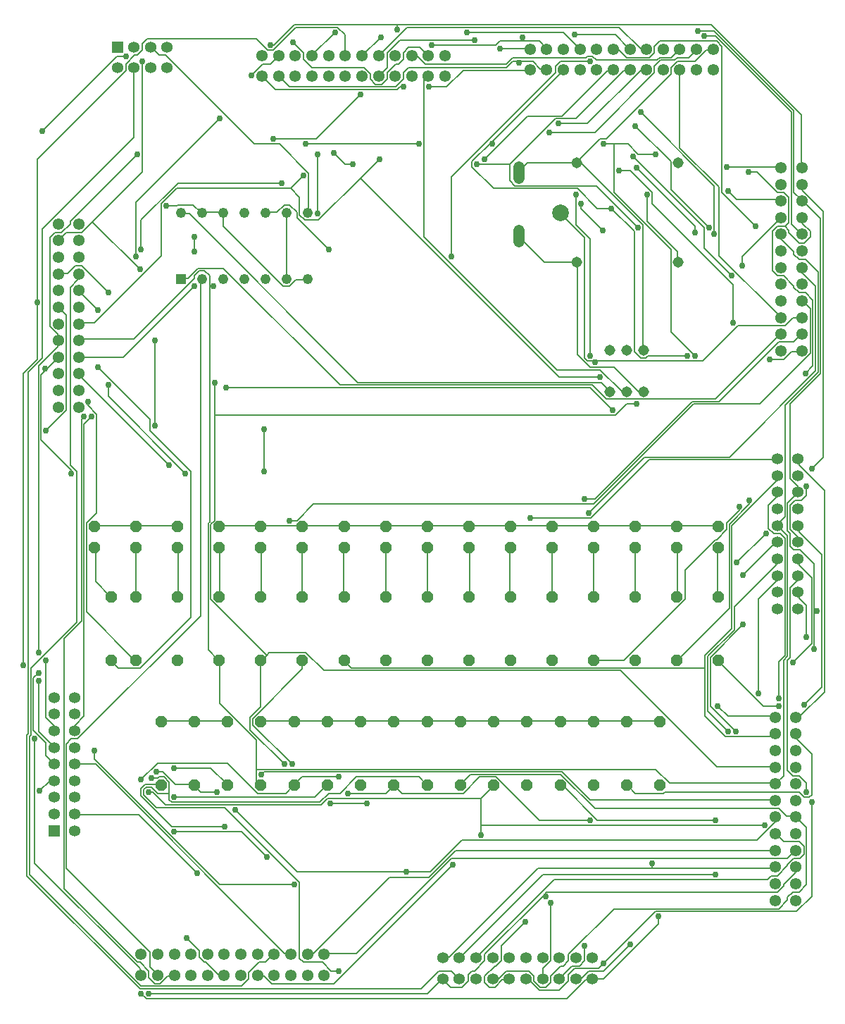
<source format=gbr>
G04 EAGLE Gerber RS-274X export*
G75*
%MOMM*%
%FSLAX34Y34*%
%LPD*%
%INTop Copper*%
%IPPOS*%
%AMOC8*
5,1,8,0,0,1.08239X$1,22.5*%
G01*
%ADD10C,1.381000*%
%ADD11C,1.358000*%
%ADD12R,1.358000X1.358000*%
%ADD13P,1.429621X8X292.500000*%
%ADD14P,1.429621X8X112.500000*%
%ADD15C,2.010000*%
%ADD16C,1.308000*%
%ADD17R,1.238000X1.238000*%
%ADD18C,1.238000*%
%ADD19C,1.320800*%
%ADD20C,0.152400*%
%ADD21C,0.756400*%


D10*
X953500Y353700D03*
X928500Y353700D03*
X953500Y333700D03*
X928500Y333700D03*
X953500Y313700D03*
X928500Y313700D03*
X953500Y293700D03*
X928500Y293700D03*
X953500Y273700D03*
X928500Y273700D03*
X953500Y253700D03*
X928500Y253700D03*
X953500Y233700D03*
X928500Y233700D03*
X953500Y213700D03*
X928500Y213700D03*
X953500Y193700D03*
X928500Y193700D03*
X953500Y173700D03*
X928500Y173700D03*
X953500Y153700D03*
X928500Y153700D03*
X953500Y133700D03*
X928500Y133700D03*
D11*
X708800Y39400D03*
X708800Y64400D03*
X688800Y39400D03*
X688800Y64400D03*
X668800Y39400D03*
X668800Y64400D03*
X648800Y39400D03*
X648800Y64400D03*
X628800Y39400D03*
X628800Y64400D03*
X608800Y39400D03*
X608800Y64400D03*
X588800Y39400D03*
X588800Y64400D03*
X568800Y39400D03*
X568800Y64400D03*
X548800Y39400D03*
X548800Y64400D03*
X528800Y39400D03*
X528800Y64400D03*
D12*
X137400Y1158800D03*
D11*
X137400Y1133800D03*
X157400Y1158800D03*
X157400Y1133800D03*
X177400Y1158800D03*
X177400Y1133800D03*
X197400Y1158800D03*
X197400Y1133800D03*
D10*
X960530Y1013920D03*
X935530Y1013920D03*
X960530Y993920D03*
X935530Y993920D03*
X960530Y973920D03*
X935530Y973920D03*
X960530Y953920D03*
X935530Y953920D03*
X960530Y933920D03*
X935530Y933920D03*
X960530Y913920D03*
X935530Y913920D03*
X960530Y893920D03*
X935530Y893920D03*
X960530Y873920D03*
X935530Y873920D03*
X960530Y853920D03*
X935530Y853920D03*
X960530Y833920D03*
X935530Y833920D03*
X960530Y813920D03*
X935530Y813920D03*
X960530Y793920D03*
X935530Y793920D03*
D11*
X955700Y664000D03*
X930700Y664000D03*
X955700Y644000D03*
X930700Y644000D03*
X955700Y624000D03*
X930700Y624000D03*
X955700Y604000D03*
X930700Y604000D03*
X955700Y584000D03*
X930700Y584000D03*
X955700Y564000D03*
X930700Y564000D03*
X955700Y544000D03*
X930700Y544000D03*
X955700Y524000D03*
X930700Y524000D03*
X955700Y504000D03*
X930700Y504000D03*
X955700Y484000D03*
X930700Y484000D03*
D12*
X61340Y217420D03*
D11*
X86340Y217420D03*
X61340Y237420D03*
X86340Y237420D03*
X61340Y257420D03*
X86340Y257420D03*
X61340Y277420D03*
X86340Y277420D03*
X61340Y297420D03*
X86340Y297420D03*
X61340Y317420D03*
X86340Y317420D03*
X61340Y337420D03*
X86340Y337420D03*
X61340Y357420D03*
X86340Y357420D03*
X61340Y377420D03*
X86340Y377420D03*
D10*
X386060Y43930D03*
X386060Y68930D03*
X366060Y43930D03*
X366060Y68930D03*
X346060Y43930D03*
X346060Y68930D03*
X326060Y43930D03*
X326060Y68930D03*
X306060Y43930D03*
X306060Y68930D03*
X286060Y43930D03*
X286060Y68930D03*
X266060Y43930D03*
X266060Y68930D03*
X246060Y43930D03*
X246060Y68930D03*
X226060Y43930D03*
X226060Y68930D03*
X206060Y43930D03*
X206060Y68930D03*
X186060Y43930D03*
X186060Y68930D03*
X166060Y43930D03*
X166060Y68930D03*
X311500Y1148600D03*
X311500Y1123600D03*
X331500Y1148600D03*
X331500Y1123600D03*
X351500Y1148600D03*
X351500Y1123600D03*
X371500Y1148600D03*
X371500Y1123600D03*
X391500Y1148600D03*
X391500Y1123600D03*
X411500Y1148600D03*
X411500Y1123600D03*
X431500Y1148600D03*
X431500Y1123600D03*
X451500Y1148600D03*
X451500Y1123600D03*
X471500Y1148600D03*
X471500Y1123600D03*
X491500Y1148600D03*
X491500Y1123600D03*
X511500Y1148600D03*
X511500Y1123600D03*
X531500Y1148600D03*
X531500Y1123600D03*
X66300Y726300D03*
X91300Y726300D03*
X66300Y746300D03*
X91300Y746300D03*
X66300Y766300D03*
X91300Y766300D03*
X66300Y786300D03*
X91300Y786300D03*
X66300Y806300D03*
X91300Y806300D03*
X66300Y826300D03*
X91300Y826300D03*
X66300Y846300D03*
X91300Y846300D03*
X66300Y866300D03*
X91300Y866300D03*
X66300Y886300D03*
X91300Y886300D03*
X66300Y906300D03*
X91300Y906300D03*
X66300Y926300D03*
X91300Y926300D03*
X66300Y946300D03*
X91300Y946300D03*
X633810Y1156350D03*
X633810Y1131350D03*
X653810Y1156350D03*
X653810Y1131350D03*
X673810Y1156350D03*
X673810Y1131350D03*
X693810Y1156350D03*
X693810Y1131350D03*
X713810Y1156350D03*
X713810Y1131350D03*
X733810Y1156350D03*
X733810Y1131350D03*
X753810Y1156350D03*
X753810Y1131350D03*
X773810Y1156350D03*
X773810Y1131350D03*
X793810Y1156350D03*
X793810Y1131350D03*
X813810Y1156350D03*
X813810Y1131350D03*
X833810Y1156350D03*
X833810Y1131350D03*
X853810Y1156350D03*
X853810Y1131350D03*
D13*
X810000Y498100D03*
X810000Y421900D03*
X760000Y498100D03*
X760000Y421900D03*
X710000Y498100D03*
X710000Y421900D03*
X660000Y498100D03*
X660000Y421900D03*
X610000Y498100D03*
X610000Y421900D03*
X560000Y498100D03*
X560000Y421900D03*
X510000Y498100D03*
X510000Y421900D03*
X460000Y498100D03*
X460000Y421900D03*
X410000Y498100D03*
X410000Y421900D03*
X360000Y498100D03*
X360000Y421900D03*
X310000Y498100D03*
X310000Y421900D03*
X260000Y498100D03*
X260000Y421900D03*
X210000Y498100D03*
X210000Y421900D03*
X160000Y498100D03*
X160000Y421900D03*
X130000Y498100D03*
X130000Y421900D03*
X860000Y498100D03*
X860000Y421900D03*
D14*
X810000Y557300D03*
X810000Y582700D03*
X760000Y557300D03*
X760000Y582700D03*
X710000Y557300D03*
X710000Y582700D03*
X660000Y557300D03*
X660000Y582700D03*
X610000Y557300D03*
X610000Y582700D03*
X560000Y557300D03*
X560000Y582700D03*
X510000Y557300D03*
X510000Y582700D03*
X460000Y557300D03*
X460000Y582700D03*
X410000Y557300D03*
X410000Y582700D03*
X360000Y557300D03*
X360000Y582700D03*
X310000Y557300D03*
X310000Y582700D03*
X260000Y557300D03*
X260000Y582700D03*
X210000Y557300D03*
X210000Y582700D03*
X160000Y557300D03*
X160000Y582700D03*
X110000Y557300D03*
X110000Y582700D03*
X860000Y557300D03*
X860000Y582700D03*
D15*
X670000Y960000D03*
D16*
X690000Y1020000D03*
X690000Y900000D03*
X812000Y1020000D03*
X812000Y900000D03*
X730000Y745000D03*
X750000Y745000D03*
X770000Y745000D03*
X730000Y795000D03*
X750000Y795000D03*
X770000Y795000D03*
D13*
X790000Y348100D03*
X790000Y271900D03*
X750000Y348100D03*
X750000Y271900D03*
X710000Y348100D03*
X710000Y271900D03*
X670000Y348100D03*
X670000Y271900D03*
X630000Y348100D03*
X630000Y271900D03*
X590000Y348100D03*
X590000Y271900D03*
X550000Y348100D03*
X550000Y271900D03*
X510000Y348100D03*
X510000Y271900D03*
X470000Y348100D03*
X470000Y271900D03*
X430000Y348100D03*
X430000Y271900D03*
X390000Y348100D03*
X390000Y271900D03*
X350000Y348100D03*
X350000Y271900D03*
X310000Y348100D03*
X310000Y271900D03*
X270000Y348100D03*
X270000Y271900D03*
X230000Y348100D03*
X230000Y271900D03*
X190000Y348100D03*
X190000Y271900D03*
D17*
X213800Y880300D03*
D18*
X239200Y880300D03*
X264600Y880300D03*
X290000Y880300D03*
X315400Y880300D03*
X340800Y880300D03*
X366200Y880300D03*
X366200Y959700D03*
X340800Y959700D03*
X315400Y959700D03*
X290000Y959700D03*
X264600Y959700D03*
X239200Y959700D03*
X213800Y959700D03*
D19*
X620000Y1001496D02*
X620000Y1014704D01*
X620000Y938504D02*
X620000Y925296D01*
D20*
X498348Y1147572D02*
X492252Y1147572D01*
X498348Y1147572D02*
X507492Y1138428D01*
X605028Y1138428D01*
X612648Y1146048D01*
X701040Y1146048D01*
X702564Y1147572D01*
X708660Y1147572D01*
X713232Y1143000D01*
X786384Y1143000D01*
X789432Y1146048D01*
X803148Y1146048D01*
X812292Y1155192D01*
X492252Y1147572D02*
X491500Y1148600D01*
X812292Y1155192D02*
X813810Y1156350D01*
X774192Y981456D02*
X774192Y949452D01*
X810768Y912876D01*
X810768Y900684D01*
X812000Y900000D01*
X224028Y958596D02*
X214884Y958596D01*
X224028Y958596D02*
X426720Y755904D01*
X719328Y755904D01*
X729996Y745236D01*
X214884Y958596D02*
X213800Y959700D01*
X729996Y745236D02*
X730000Y745000D01*
D21*
X774192Y981456D03*
D20*
X109728Y313944D02*
X109728Y303276D01*
X260604Y152400D01*
X350520Y152400D01*
X649224Y164592D02*
X856488Y164592D01*
X649224Y164592D02*
X550164Y65532D01*
X548800Y64400D01*
X167640Y1008888D02*
X167640Y1141476D01*
X106680Y947928D02*
X94488Y935736D01*
X106680Y947928D02*
X167640Y1008888D01*
X94488Y935736D02*
X76200Y935736D01*
X67056Y926592D01*
X66300Y926300D01*
X656844Y1056132D02*
X711708Y1056132D01*
X783336Y1127760D01*
X783336Y1135380D01*
X790956Y1143000D01*
X807720Y1143000D01*
X810768Y1146048D01*
X824484Y1146048D01*
X833628Y1155192D01*
X833810Y1156350D01*
X947928Y792480D02*
X960120Y792480D01*
X947928Y792480D02*
X938784Y783336D01*
X922020Y783336D01*
X877824Y827532D02*
X877824Y873252D01*
X780288Y970788D01*
X780288Y984504D01*
X754380Y1010412D01*
X740664Y1010412D01*
X960530Y793920D02*
X960120Y792480D01*
X361188Y1152144D02*
X348996Y1164336D01*
X361188Y1152144D02*
X361188Y1144524D01*
X371856Y1133856D01*
X434340Y1133856D01*
X441960Y1126236D01*
X441960Y1120140D01*
X448056Y1114044D01*
X455676Y1114044D01*
X461772Y1120140D01*
X461772Y1127760D01*
X472440Y1138428D01*
X475488Y1138428D01*
X481584Y1144524D01*
X481584Y1152144D01*
X487680Y1158240D01*
X501396Y1158240D01*
X510540Y1149096D01*
X511500Y1148600D01*
X86868Y344424D02*
X86868Y338328D01*
X86868Y344424D02*
X97536Y355092D01*
X97536Y705612D01*
X106680Y714756D01*
X164592Y891540D02*
X108204Y947928D01*
X106680Y947928D01*
X86868Y338328D02*
X86340Y337420D01*
D21*
X109728Y313944D03*
X350520Y152400D03*
X856488Y164592D03*
X167640Y1141476D03*
X656844Y1056132D03*
X922020Y783336D03*
X877824Y827532D03*
X740664Y1010412D03*
X348996Y1164336D03*
X106680Y714756D03*
X164592Y891540D03*
D20*
X367284Y960120D02*
X367284Y1007364D01*
X332232Y1042416D01*
X301752Y1042416D01*
X195072Y1149096D01*
X187452Y1149096D01*
X178308Y1158240D01*
X366200Y959700D02*
X367284Y960120D01*
X178308Y1158240D02*
X177400Y1158800D01*
X813816Y1130808D02*
X813816Y1037844D01*
X861060Y990600D01*
X861060Y908304D01*
X934212Y835152D01*
X813816Y1130808D02*
X813810Y1131350D01*
X934212Y835152D02*
X935530Y833920D01*
X263652Y960120D02*
X239268Y960120D01*
X239200Y959700D01*
X263652Y960120D02*
X264600Y959700D01*
X352044Y879348D02*
X365760Y879348D01*
X352044Y879348D02*
X344424Y871728D01*
X336804Y871728D01*
X265176Y943356D01*
X265176Y958596D01*
X366200Y880300D02*
X365760Y879348D01*
X265176Y958596D02*
X264600Y959700D01*
X650748Y900684D02*
X688848Y900684D01*
X650748Y900684D02*
X620268Y931164D01*
X688848Y900684D02*
X690000Y900000D01*
X620268Y931164D02*
X620000Y931900D01*
X208788Y967740D02*
X196596Y967740D01*
X208788Y967740D02*
X210312Y969264D01*
X228600Y969264D01*
X237744Y960120D01*
X239200Y959700D01*
X763524Y745236D02*
X769620Y745236D01*
X763524Y745236D02*
X734568Y774192D01*
X705612Y774192D01*
X690372Y789432D01*
X690372Y899160D01*
X769620Y745236D02*
X770000Y745000D01*
X690372Y899160D02*
X690000Y900000D01*
X760476Y583692D02*
X809244Y583692D01*
X760476Y583692D02*
X760000Y582700D01*
X809244Y583692D02*
X810000Y582700D01*
X810768Y583692D02*
X859536Y583692D01*
X860000Y582700D01*
X810768Y583692D02*
X810000Y582700D01*
X458724Y583692D02*
X411480Y583692D01*
X410000Y582700D01*
X458724Y583692D02*
X460000Y582700D01*
X309372Y583692D02*
X260604Y583692D01*
X260000Y582700D01*
X309372Y583692D02*
X310000Y582700D01*
X310896Y583692D02*
X359664Y583692D01*
X360000Y582700D01*
X310896Y583692D02*
X310000Y582700D01*
X361188Y583692D02*
X409956Y583692D01*
X410000Y582700D01*
X361188Y583692D02*
X360000Y582700D01*
X661416Y583692D02*
X708660Y583692D01*
X661416Y583692D02*
X660000Y582700D01*
X708660Y583692D02*
X710000Y582700D01*
X559308Y583692D02*
X510540Y583692D01*
X510000Y582700D01*
X559308Y583692D02*
X560000Y582700D01*
X560832Y583692D02*
X609600Y583692D01*
X610000Y582700D01*
X560832Y583692D02*
X560000Y582700D01*
X611124Y583692D02*
X659892Y583692D01*
X660000Y582700D01*
X611124Y583692D02*
X610000Y582700D01*
X509016Y583692D02*
X460248Y583692D01*
X460000Y582700D01*
X509016Y583692D02*
X510000Y582700D01*
X710184Y583692D02*
X758952Y583692D01*
X760000Y582700D01*
X710184Y583692D02*
X710000Y582700D01*
X536448Y65532D02*
X528828Y65532D01*
X536448Y65532D02*
X643128Y172212D01*
X780288Y172212D02*
X928116Y172212D01*
X780288Y172212D02*
X643128Y172212D01*
X528828Y65532D02*
X528800Y64400D01*
X928116Y172212D02*
X928500Y173700D01*
X789432Y348996D02*
X751332Y348996D01*
X750000Y348100D01*
X789432Y348996D02*
X790000Y348100D01*
X629412Y348996D02*
X591312Y348996D01*
X590000Y348100D01*
X629412Y348996D02*
X630000Y348100D01*
X670560Y348996D02*
X708660Y348996D01*
X670560Y348996D02*
X670000Y348100D01*
X708660Y348996D02*
X710000Y348100D01*
X669036Y348996D02*
X630936Y348996D01*
X630000Y348100D01*
X669036Y348996D02*
X670000Y348100D01*
X710184Y348996D02*
X749808Y348996D01*
X750000Y348100D01*
X710184Y348996D02*
X710000Y348100D01*
X469392Y348996D02*
X431292Y348996D01*
X430000Y348100D01*
X469392Y348996D02*
X470000Y348100D01*
X510540Y348996D02*
X548640Y348996D01*
X510540Y348996D02*
X510000Y348100D01*
X548640Y348996D02*
X550000Y348100D01*
X509016Y348996D02*
X470916Y348996D01*
X470000Y348100D01*
X509016Y348996D02*
X510000Y348100D01*
X388620Y348996D02*
X350520Y348996D01*
X350000Y348100D01*
X388620Y348996D02*
X390000Y348100D01*
X348996Y348996D02*
X310896Y348996D01*
X310000Y348100D01*
X348996Y348996D02*
X350000Y348100D01*
X158496Y583692D02*
X111252Y583692D01*
X110000Y582700D01*
X158496Y583692D02*
X160000Y582700D01*
X160020Y583692D02*
X208788Y583692D01*
X210000Y582700D01*
X160020Y583692D02*
X160000Y582700D01*
X190500Y348996D02*
X228600Y348996D01*
X190500Y348996D02*
X190000Y348100D01*
X228600Y348996D02*
X230000Y348100D01*
X230124Y348996D02*
X269748Y348996D01*
X270000Y348100D01*
X230124Y348996D02*
X230000Y348100D01*
X390144Y348996D02*
X429768Y348996D01*
X430000Y348100D01*
X390144Y348996D02*
X390000Y348100D01*
X550164Y348996D02*
X589788Y348996D01*
X590000Y348100D01*
X550164Y348996D02*
X550000Y348100D01*
X780288Y178308D02*
X780288Y172212D01*
D21*
X196596Y967740D03*
X780288Y178308D03*
D20*
X156972Y1050036D02*
X156972Y1132332D01*
X156972Y1050036D02*
X47244Y940308D01*
X47244Y784860D01*
X30480Y768096D01*
X30480Y333756D01*
X28956Y332232D01*
X28956Y163068D01*
X164592Y27432D01*
X502920Y27432D01*
X524256Y48768D01*
X539496Y48768D01*
X548640Y39624D01*
X156972Y1132332D02*
X157400Y1133800D01*
X548640Y39624D02*
X548800Y39400D01*
X160020Y906780D02*
X160020Y972312D01*
X260604Y1072896D01*
X553212Y1130808D02*
X632460Y1130808D01*
X553212Y1130808D02*
X533400Y1110996D01*
X512064Y1110996D01*
X481584Y1110996D02*
X477012Y1110996D01*
X473964Y1107948D01*
X327660Y1107948D01*
X312420Y1123188D01*
X632460Y1130808D02*
X633810Y1131350D01*
X312420Y1123188D02*
X311500Y1123600D01*
X870204Y1014984D02*
X934212Y1014984D01*
X784860Y1030224D02*
X763524Y1030224D01*
X751332Y1042416D01*
X734568Y1042416D02*
X722376Y1042416D01*
X734568Y1042416D02*
X751332Y1042416D01*
X934212Y1014984D02*
X935530Y1013920D01*
X286512Y216408D02*
X205740Y216408D01*
X286512Y216408D02*
X316992Y185928D01*
X414528Y262128D02*
X460248Y262128D01*
X469392Y271272D01*
X470000Y271900D01*
X644652Y230124D02*
X705612Y230124D01*
X644652Y230124D02*
X592836Y281940D01*
X573024Y281940D01*
X553212Y262128D01*
X480060Y262128D01*
X470916Y271272D01*
X470000Y271900D01*
X777240Y662940D02*
X929640Y662940D01*
X777240Y662940D02*
X707136Y592836D01*
X633984Y592836D01*
X929640Y662940D02*
X930700Y664000D01*
X928116Y355092D02*
X871728Y355092D01*
X859536Y367284D01*
X928116Y355092D02*
X928500Y353700D01*
X734568Y984504D02*
X734568Y1042416D01*
X734568Y984504D02*
X803148Y915924D01*
X803148Y816864D01*
X832104Y787908D01*
D21*
X160020Y906780D03*
X260604Y1072896D03*
X512064Y1110996D03*
X481584Y1110996D03*
X870204Y1014984D03*
X784860Y1030224D03*
X722376Y1042416D03*
X205740Y216408D03*
X316992Y185928D03*
X414528Y262128D03*
X705612Y230124D03*
X633984Y592836D03*
X859536Y367284D03*
X832104Y787908D03*
D20*
X653796Y1132332D02*
X646176Y1132332D01*
X637032Y1141476D01*
X620268Y1141476D02*
X612648Y1141476D01*
X620268Y1141476D02*
X637032Y1141476D01*
X612648Y1141476D02*
X605028Y1133856D01*
X487680Y1133856D01*
X481584Y1127760D01*
X481584Y1120140D01*
X472440Y1110996D01*
X344424Y1110996D01*
X332232Y1123188D01*
X653810Y1131350D02*
X653796Y1132332D01*
X332232Y1123188D02*
X331500Y1123600D01*
X620268Y1139952D02*
X620268Y1141476D01*
X929640Y643128D02*
X929640Y637032D01*
X876300Y583692D01*
X876300Y460248D01*
X844296Y428244D01*
X844296Y413004D02*
X844296Y355092D01*
X844296Y413004D02*
X844296Y428244D01*
X844296Y355092D02*
X868680Y330708D01*
X926592Y330708D01*
X928116Y332232D01*
X929640Y643128D02*
X930700Y644000D01*
X928500Y333700D02*
X928116Y332232D01*
X163068Y236220D02*
X86868Y236220D01*
X163068Y236220D02*
X233172Y166116D01*
X86868Y236220D02*
X86340Y237420D01*
X419100Y413004D02*
X844296Y413004D01*
X419100Y413004D02*
X411480Y420624D01*
X410000Y421900D01*
D21*
X620268Y1139952D03*
X233172Y166116D03*
D20*
X359664Y411480D02*
X359664Y420624D01*
X359664Y411480D02*
X300228Y352044D01*
X300228Y344424D01*
X347472Y297180D01*
X359664Y420624D02*
X360000Y421900D01*
X374904Y257556D02*
X205740Y257556D01*
X374904Y257556D02*
X388620Y271272D01*
X390000Y271900D01*
X393192Y249936D02*
X437388Y249936D01*
X199644Y656844D02*
X91440Y765048D01*
X91300Y766300D01*
X929640Y623316D02*
X929640Y617220D01*
X920496Y608076D01*
X920496Y580644D01*
X926592Y574548D01*
X934212Y574548D01*
X940308Y568452D01*
X940308Y428244D01*
X932688Y420624D01*
X932688Y376428D01*
X929640Y623316D02*
X930700Y624000D01*
X499872Y1042416D02*
X364236Y1042416D01*
X588264Y1045464D02*
X673608Y1130808D01*
X673810Y1131350D01*
X882396Y975360D02*
X934212Y975360D01*
X882396Y975360D02*
X871728Y986028D01*
X731520Y964692D02*
X714756Y964692D01*
X690372Y989076D01*
X589788Y989076D01*
X563880Y1014984D01*
X563880Y1021080D01*
X588264Y1045464D01*
X934212Y975360D02*
X935530Y973920D01*
X588264Y1042416D02*
X588264Y1045464D01*
X775716Y787908D02*
X822960Y787908D01*
X775716Y787908D02*
X772668Y784860D01*
X766572Y784860D01*
X758952Y792480D01*
X758952Y937260D01*
X731520Y964692D01*
D21*
X347472Y297180D03*
X205740Y257556D03*
X437388Y249936D03*
X393192Y249936D03*
X199644Y656844D03*
X932688Y376428D03*
X364236Y1042416D03*
X499872Y1042416D03*
X588264Y1042416D03*
X871728Y986028D03*
X731520Y964692D03*
X822960Y787908D03*
D20*
X888492Y896112D02*
X888492Y906780D01*
X934212Y952500D01*
X935530Y953920D01*
X842772Y941832D02*
X757428Y1027176D01*
X842772Y941832D02*
X842772Y917448D01*
X876300Y883920D01*
X144780Y786384D02*
X91440Y786384D01*
X144780Y786384D02*
X230124Y871728D01*
X91440Y786384D02*
X91300Y786300D01*
X309372Y420624D02*
X309372Y365760D01*
X297180Y353568D01*
X297180Y338328D01*
X338328Y297180D01*
X309372Y420624D02*
X310000Y421900D01*
X185928Y298704D02*
X166116Y278892D01*
X185928Y298704D02*
X269748Y298704D01*
X306324Y262128D01*
X339852Y262128D01*
X348996Y271272D01*
X350000Y271900D01*
X359664Y281940D02*
X403860Y281940D01*
X359664Y281940D02*
X350520Y272796D01*
X350000Y271900D01*
X858012Y294132D02*
X928116Y294132D01*
X858012Y294132D02*
X742188Y409956D01*
X385572Y409956D01*
X364236Y431292D01*
X320040Y431292D01*
X316992Y428244D02*
X310896Y422148D01*
X316992Y428244D02*
X320040Y431292D01*
X928116Y294132D02*
X928500Y293700D01*
X310896Y422148D02*
X310000Y421900D01*
X254508Y589788D02*
X254508Y716280D01*
X254508Y755904D01*
X254508Y589788D02*
X249936Y585216D01*
X249936Y495300D01*
X316992Y428244D01*
X749808Y729996D02*
X762000Y729996D01*
X749808Y729996D02*
X736092Y716280D01*
X254508Y716280D01*
D21*
X888492Y896112D03*
X757428Y1027176D03*
X876300Y883920D03*
X230124Y871728D03*
X338328Y297180D03*
X166116Y278892D03*
X403860Y281940D03*
X254508Y755904D03*
X762000Y729996D03*
D20*
X931164Y583692D02*
X943356Y571500D01*
X943356Y426720D01*
X938784Y422148D01*
X938784Y283464D01*
X929640Y274320D01*
X931164Y583692D02*
X930700Y584000D01*
X929640Y274320D02*
X928500Y273700D01*
X935736Y928116D02*
X935736Y932688D01*
X935736Y928116D02*
X950976Y912876D01*
X950976Y909828D01*
X957072Y903732D01*
X964692Y903732D01*
X979932Y888492D01*
X979932Y768096D01*
X940308Y728472D01*
X940308Y594360D01*
X931164Y585216D01*
X935736Y932688D02*
X935530Y933920D01*
X931164Y585216D02*
X930700Y584000D01*
X803148Y1021080D02*
X760476Y1063752D01*
X803148Y1021080D02*
X803148Y987552D01*
X848868Y941832D01*
X260604Y420624D02*
X260604Y370332D01*
X304800Y326136D01*
X304800Y291084D02*
X304800Y277368D01*
X304800Y291084D02*
X304800Y326136D01*
X304800Y277368D02*
X309372Y272796D01*
X260604Y420624D02*
X260000Y421900D01*
X309372Y272796D02*
X310000Y271900D01*
X156972Y807720D02*
X91440Y807720D01*
X156972Y807720D02*
X230124Y880872D01*
X230124Y883920D01*
X236220Y890016D01*
X242316Y890016D01*
X248412Y883920D01*
X248412Y871728D02*
X248412Y588264D01*
X248412Y871728D02*
X248412Y883920D01*
X248412Y588264D02*
X246888Y586740D01*
X246888Y434340D01*
X259080Y422148D01*
X91300Y806300D02*
X91440Y807720D01*
X259080Y422148D02*
X260000Y421900D01*
X377952Y958596D02*
X377952Y1030224D01*
X252984Y871728D02*
X248412Y871728D01*
X801624Y274320D02*
X928116Y274320D01*
X801624Y274320D02*
X784860Y291084D01*
X304800Y291084D01*
X928116Y274320D02*
X928500Y273700D01*
D21*
X760476Y1063752D03*
X848868Y941832D03*
X377952Y1030224D03*
X377952Y958596D03*
X252984Y871728D03*
D20*
X854964Y934212D02*
X854964Y992124D01*
X766572Y1080516D01*
X109728Y827532D02*
X91440Y827532D01*
X109728Y827532D02*
X190500Y908304D01*
X190500Y970788D01*
X208788Y989076D01*
X345948Y989076D01*
X361188Y1004316D01*
X91440Y827532D02*
X91300Y826300D01*
X726948Y1130808D02*
X733044Y1130808D01*
X726948Y1130808D02*
X672084Y1075944D01*
X630936Y1075944D01*
X579120Y1024128D01*
X429768Y1001268D02*
X379476Y950976D01*
X429768Y1001268D02*
X452628Y1024128D01*
X379476Y950976D02*
X362712Y950976D01*
X356616Y957072D01*
X356616Y978408D01*
X345948Y989076D01*
X733044Y1130808D02*
X733810Y1131350D01*
X929640Y563880D02*
X890016Y524256D01*
X890016Y464820D02*
X850392Y425196D01*
X850392Y367284D01*
X880872Y336804D01*
X929640Y563880D02*
X930700Y564000D01*
X249936Y292608D02*
X205740Y292608D01*
X249936Y292608D02*
X269748Y272796D01*
X270000Y271900D01*
X705612Y254508D02*
X928116Y254508D01*
X705612Y254508D02*
X672084Y288036D01*
X313944Y288036D01*
X310896Y284988D01*
X928116Y254508D02*
X928500Y253700D01*
X669036Y762000D02*
X429768Y1001268D01*
X669036Y762000D02*
X717804Y762000D01*
D21*
X854964Y934212D03*
X766572Y1080516D03*
X361188Y1004316D03*
X579120Y1024128D03*
X452628Y1024128D03*
X890016Y524256D03*
X890016Y464820D03*
X880872Y336804D03*
X205740Y292608D03*
X310896Y284988D03*
X717804Y762000D03*
D20*
X513588Y167640D02*
X484632Y167640D01*
X513588Y167640D02*
X551688Y205740D01*
X906780Y205740D01*
X928116Y227076D01*
X928116Y233172D01*
X928500Y233700D01*
X929640Y536448D02*
X929640Y542544D01*
X929640Y536448D02*
X879348Y486156D01*
X879348Y458724D01*
X847344Y426720D01*
X847344Y361188D01*
X871728Y336804D01*
X929640Y542544D02*
X930700Y544000D01*
X752856Y1130808D02*
X746760Y1130808D01*
X688848Y1072896D01*
X664464Y1072896D01*
X609600Y1018032D01*
X609600Y998220D01*
X615696Y992124D01*
X713232Y992124D01*
X763524Y941832D01*
X752856Y1130808D02*
X753810Y1131350D01*
X228600Y272796D02*
X207264Y272796D01*
X192024Y288036D01*
X184404Y288036D01*
X228600Y272796D02*
X230000Y271900D01*
X102108Y728472D02*
X102108Y733044D01*
X102108Y728472D02*
X112776Y717804D01*
X112776Y598932D01*
X100584Y586740D01*
X100584Y480060D01*
X158496Y422148D01*
X160000Y421900D01*
X210312Y995172D02*
X335280Y995172D01*
X210312Y995172D02*
X166116Y950976D01*
X166116Y915924D01*
X569976Y1018032D02*
X609600Y1018032D01*
X420624Y1018032D02*
X411480Y1018032D01*
X397764Y1031748D01*
X353568Y167640D02*
X484632Y167640D01*
X353568Y167640D02*
X278892Y242316D01*
X257556Y263652D02*
X237744Y263652D01*
X230124Y271272D01*
X230000Y271900D01*
D21*
X484632Y167640D03*
X871728Y336804D03*
X763524Y941832D03*
X184404Y288036D03*
X102108Y733044D03*
X335280Y995172D03*
X166116Y915924D03*
X569976Y1018032D03*
X420624Y1018032D03*
X397764Y1031748D03*
X278892Y242316D03*
X257556Y263652D03*
D20*
X832104Y935736D02*
X832104Y943356D01*
X762000Y1013460D01*
X376428Y1048512D02*
X324612Y1048512D01*
X376428Y1048512D02*
X429768Y1101852D01*
X766572Y1130808D02*
X772668Y1130808D01*
X766572Y1130808D02*
X702564Y1066800D01*
X667512Y1066800D01*
X566928Y1167384D02*
X477012Y1167384D01*
X461772Y1152144D01*
X461772Y1133856D01*
X452628Y1124712D01*
X772668Y1130808D02*
X773810Y1131350D01*
X452628Y1124712D02*
X451500Y1123600D01*
X662940Y158496D02*
X569976Y65532D01*
X662940Y158496D02*
X918972Y158496D01*
X923544Y163068D01*
X931164Y163068D01*
X943356Y175260D01*
X943356Y176784D01*
X950976Y184404D01*
X958596Y184404D01*
X963168Y188976D01*
X963168Y198120D01*
X957072Y204216D01*
X938784Y204216D01*
X929640Y213360D01*
X569976Y65532D02*
X568800Y64400D01*
X928500Y213700D02*
X929640Y213360D01*
X929640Y516636D02*
X929640Y522732D01*
X929640Y516636D02*
X908304Y495300D01*
X908304Y382524D01*
X929640Y522732D02*
X930700Y524000D01*
X188976Y272796D02*
X170688Y272796D01*
X166116Y268224D01*
X166116Y259080D01*
X202692Y222504D01*
X266700Y222504D01*
X190000Y271900D02*
X188976Y272796D01*
X114300Y842772D02*
X91440Y865632D01*
X114300Y774192D02*
X176784Y711708D01*
X176784Y697992D01*
X225552Y649224D01*
X225552Y473964D01*
X164592Y413004D01*
X138684Y413004D01*
X131064Y420624D01*
X91440Y865632D02*
X91300Y866300D01*
X130000Y421900D02*
X131064Y420624D01*
D21*
X832104Y935736D03*
X762000Y1013460D03*
X324612Y1048512D03*
X429768Y1101852D03*
X667512Y1066800D03*
X566928Y1167384D03*
X908304Y382524D03*
X266700Y222504D03*
X114300Y842772D03*
X114300Y774192D03*
D20*
X306324Y42672D02*
X313944Y42672D01*
X323088Y33528D01*
X397764Y33528D01*
X541020Y176784D01*
X699516Y615696D02*
X711708Y615696D01*
X829056Y733044D01*
X861060Y733044D01*
X932688Y804672D01*
X950976Y804672D01*
X960120Y813816D01*
X306060Y43930D02*
X306324Y42672D01*
X960120Y813816D02*
X960530Y813920D01*
D21*
X541020Y176784D03*
X699516Y615696D03*
D20*
X265176Y44196D02*
X259080Y44196D01*
X243840Y59436D01*
X242316Y59436D01*
X236220Y65532D01*
X236220Y73152D01*
X220980Y88392D01*
X344424Y589788D02*
X353568Y589788D01*
X373380Y609600D01*
X710184Y609600D01*
X830580Y729996D01*
X909828Y729996D01*
X970788Y790956D01*
X970788Y844296D01*
X961644Y853440D01*
X266060Y43930D02*
X265176Y44196D01*
X960530Y853920D02*
X961644Y853440D01*
D21*
X220980Y88392D03*
X344424Y589788D03*
D20*
X766572Y1156716D02*
X772668Y1156716D01*
X766572Y1156716D02*
X740664Y1182624D01*
X486156Y1182624D01*
X452628Y1149096D01*
X772668Y1156716D02*
X773810Y1156350D01*
X452628Y1149096D02*
X451500Y1148600D01*
X185928Y280416D02*
X178308Y280416D01*
X185928Y280416D02*
X187452Y281940D01*
X193548Y281940D01*
X199644Y275844D01*
X199644Y262128D02*
X199644Y254508D01*
X199644Y262128D02*
X199644Y275844D01*
X199644Y254508D02*
X202692Y251460D01*
X381000Y251460D01*
X391668Y262128D01*
X405384Y262128D01*
X425196Y281940D01*
X499872Y281940D01*
X509016Y272796D01*
X510000Y271900D01*
X403860Y48768D02*
X394716Y48768D01*
X384048Y59436D01*
X361188Y59436D01*
X356616Y64008D01*
X356616Y155448D01*
X266700Y245364D01*
X184404Y245364D01*
X169164Y260604D01*
X169164Y266700D01*
X172212Y269748D01*
X178308Y269748D01*
X185928Y262128D01*
X199644Y262128D01*
X955548Y518160D02*
X955548Y522732D01*
X955548Y518160D02*
X946404Y509016D01*
X946404Y425196D01*
X943356Y422148D01*
X943356Y289560D01*
X949452Y283464D01*
X957072Y283464D01*
X966216Y274320D01*
X966216Y263652D01*
X955548Y522732D02*
X955700Y524000D01*
X694944Y964692D02*
X694944Y970788D01*
X694944Y964692D02*
X720852Y938784D01*
D21*
X178308Y280416D03*
X403860Y48768D03*
X966216Y263652D03*
X694944Y970788D03*
X720852Y938784D03*
D20*
X595884Y39624D02*
X589788Y39624D01*
X595884Y39624D02*
X605028Y48768D01*
X632460Y48768D01*
X638556Y42672D01*
X638556Y36576D01*
X646176Y28956D01*
X652272Y28956D01*
X658368Y35052D01*
X658368Y42672D01*
X670560Y54864D01*
X673608Y54864D01*
X679704Y60960D01*
X679704Y68580D01*
X734568Y123444D01*
X932688Y123444D01*
X943356Y134112D01*
X943356Y137160D01*
X949452Y143256D01*
X957072Y143256D01*
X966216Y152400D01*
X966216Y220980D01*
X954024Y233172D01*
X589788Y39624D02*
X588800Y39400D01*
X953500Y233700D02*
X954024Y233172D01*
X957072Y536448D02*
X957072Y542544D01*
X957072Y536448D02*
X972312Y521208D01*
X972312Y441960D01*
X949452Y419100D01*
X957072Y542544D02*
X955700Y544000D01*
X60960Y344424D02*
X60960Y338328D01*
X60960Y344424D02*
X51816Y353568D01*
X51816Y422148D01*
X51816Y697992D02*
X76200Y722376D01*
X76200Y836676D01*
X67056Y845820D01*
X60960Y338328D02*
X61340Y337420D01*
X67056Y845820D02*
X66300Y846300D01*
X432816Y1149096D02*
X454152Y1170432D01*
X687324Y1173480D02*
X736092Y1173480D01*
X752856Y1156716D01*
X432816Y1149096D02*
X431500Y1148600D01*
X752856Y1156716D02*
X753810Y1156350D01*
X961644Y893064D02*
X961644Y886968D01*
X976884Y871728D01*
X976884Y769620D01*
X873252Y665988D01*
X771144Y665988D01*
X704088Y598932D01*
X960530Y893920D02*
X961644Y893064D01*
X688848Y944880D02*
X688848Y981456D01*
X688848Y944880D02*
X705612Y928116D01*
X705612Y787908D01*
X137160Y1147572D02*
X47244Y1057656D01*
X137160Y1147572D02*
X147828Y1147572D01*
X941832Y234696D02*
X952500Y234696D01*
X941832Y234696D02*
X932688Y243840D01*
X711708Y243840D01*
X670560Y284988D01*
X562356Y284988D01*
X550164Y272796D01*
X952500Y234696D02*
X953500Y233700D01*
X550164Y272796D02*
X550000Y271900D01*
D21*
X949452Y419100D03*
X51816Y422148D03*
X51816Y697992D03*
X454152Y1170432D03*
X687324Y1173480D03*
X704088Y598932D03*
X688848Y981456D03*
X705612Y787908D03*
X47244Y1057656D03*
X147828Y1147572D03*
D20*
X955548Y569976D02*
X955548Y565404D01*
X955548Y569976D02*
X946404Y579120D01*
X946404Y608076D01*
X952500Y614172D01*
X960120Y614172D01*
X966216Y620268D01*
X966216Y630936D01*
X955548Y565404D02*
X955700Y564000D01*
X740664Y1155192D02*
X734568Y1155192D01*
X740664Y1155192D02*
X749808Y1146048D01*
X777240Y1146048D01*
X783336Y1152144D01*
X783336Y1159764D01*
X789432Y1165860D01*
X858012Y1165860D01*
X864108Y1159764D01*
X864108Y984504D01*
X905256Y943356D01*
X734568Y1155192D02*
X733810Y1156350D01*
X41148Y1024128D02*
X41148Y851916D01*
X41148Y1024128D02*
X147828Y1130808D01*
X147828Y1138428D01*
X158496Y1149096D01*
X161544Y1149096D01*
X167640Y1155192D01*
X167640Y1162812D01*
X173736Y1168908D01*
X304800Y1168908D01*
X318516Y1155192D01*
X324612Y1155192D01*
X352044Y1182624D01*
X402336Y1182624D01*
X411480Y1173480D01*
X411480Y1149096D01*
X411500Y1148600D01*
X179832Y263652D02*
X175260Y263652D01*
X179832Y263652D02*
X195072Y248412D01*
X382524Y248412D01*
X390144Y256032D01*
X574548Y256032D01*
X589788Y271272D01*
X590000Y271900D01*
X600456Y38100D02*
X608076Y38100D01*
X600456Y38100D02*
X591312Y28956D01*
X585216Y28956D01*
X579120Y35052D01*
X579120Y42672D01*
X591312Y54864D01*
X592836Y54864D01*
X598932Y60960D01*
X598932Y79248D01*
X627888Y108204D01*
X574548Y224028D02*
X574548Y256032D01*
X574548Y224028D02*
X574548Y211836D01*
X608800Y39400D02*
X608076Y38100D01*
X574548Y224028D02*
X915924Y224028D01*
X41148Y783336D02*
X41148Y851916D01*
X41148Y783336D02*
X24384Y766572D01*
X24384Y416052D01*
X42672Y397764D02*
X42672Y336804D01*
X60960Y318516D01*
X61340Y317420D01*
X882396Y539496D02*
X917448Y574548D01*
D21*
X966216Y630936D03*
X905256Y943356D03*
X41148Y851916D03*
X175260Y263652D03*
X627888Y108204D03*
X574548Y211836D03*
X915924Y224028D03*
X24384Y416052D03*
X42672Y397764D03*
X917448Y574548D03*
X882396Y539496D03*
D20*
X65532Y807720D02*
X65532Y813816D01*
X56388Y822960D01*
X56388Y929640D01*
X62484Y935736D01*
X70104Y935736D01*
X80772Y946404D01*
X80772Y949452D01*
X161544Y1030224D01*
X65532Y807720D02*
X66300Y806300D01*
X629412Y38100D02*
X632460Y38100D01*
X644652Y25908D01*
X669036Y25908D01*
X679704Y36576D01*
X679704Y44196D01*
X687324Y51816D01*
X716280Y51816D01*
X722376Y57912D02*
X784860Y120396D01*
X722376Y57912D02*
X716280Y51816D01*
X784860Y120396D02*
X954024Y120396D01*
X972312Y138684D01*
X972312Y251460D01*
X628800Y39400D02*
X629412Y38100D01*
X957072Y576072D02*
X957072Y583692D01*
X957072Y576072D02*
X984504Y548640D01*
X984504Y390144D01*
X963168Y368808D01*
X957072Y583692D02*
X955700Y584000D01*
X856488Y1171956D02*
X842772Y1171956D01*
X856488Y1171956D02*
X947928Y1080516D01*
X947928Y946404D01*
X960120Y934212D01*
X960530Y933920D01*
X65532Y806196D02*
X65532Y798576D01*
X42672Y775716D01*
X42672Y431292D01*
X42672Y406908D02*
X36576Y400812D01*
X36576Y338328D01*
X51816Y323088D01*
X51816Y307848D01*
X60960Y298704D01*
X65532Y806196D02*
X66300Y806300D01*
X60960Y298704D02*
X61340Y297420D01*
D21*
X161544Y1030224D03*
X972312Y251460D03*
X963168Y368808D03*
X842772Y1171956D03*
X722376Y57912D03*
X42672Y431292D03*
X42672Y406908D03*
D20*
X56388Y277368D02*
X60960Y277368D01*
X56388Y277368D02*
X44196Y265176D01*
X82296Y646176D02*
X82296Y650748D01*
X45720Y687324D01*
X45720Y765048D01*
X51816Y771144D02*
X65532Y784860D01*
X51816Y771144D02*
X45720Y765048D01*
X61340Y277420D02*
X60960Y277368D01*
X65532Y784860D02*
X66300Y786300D01*
X371856Y1149096D02*
X399288Y1176528D01*
X557784Y1176528D02*
X673608Y1176528D01*
X693420Y1156716D01*
X371856Y1149096D02*
X371500Y1148600D01*
X693420Y1156716D02*
X693810Y1156350D01*
X649224Y51816D02*
X649224Y39624D01*
X649224Y51816D02*
X658368Y60960D01*
X658368Y131064D01*
X649224Y39624D02*
X648800Y39400D01*
X885444Y601980D02*
X885444Y606552D01*
X885444Y601980D02*
X870204Y586740D01*
X870204Y579120D01*
X858012Y566928D01*
X856488Y566928D01*
X819912Y530352D01*
X819912Y495300D01*
X746760Y422148D01*
X710184Y422148D01*
X710000Y421900D01*
X714756Y230124D02*
X856488Y230124D01*
X714756Y230124D02*
X673608Y271272D01*
X670560Y271272D01*
X670000Y271900D01*
X961644Y946404D02*
X961644Y952500D01*
X961644Y946404D02*
X970788Y937260D01*
X970788Y931164D01*
X963168Y923544D01*
X957072Y923544D01*
X944880Y935736D01*
X944880Y938784D01*
X940308Y943356D01*
X931164Y943356D01*
X925068Y937260D01*
X925068Y890016D01*
X931164Y883920D01*
X938784Y883920D01*
X950976Y871728D01*
X950976Y870204D01*
X957072Y864108D01*
X964692Y864108D01*
X973836Y854964D01*
X973836Y775716D01*
X964692Y766572D01*
X961644Y952500D02*
X960530Y953920D01*
X906780Y1008888D02*
X896112Y1008888D01*
X906780Y1008888D02*
X931164Y984504D01*
X938784Y984504D01*
X944880Y978408D01*
X944880Y947928D01*
X940308Y943356D01*
X51816Y771144D02*
X50292Y772668D01*
D21*
X44196Y265176D03*
X82296Y646176D03*
X399288Y1176528D03*
X557784Y1176528D03*
X658368Y131064D03*
X885444Y606552D03*
X856488Y230124D03*
X964692Y766572D03*
X896112Y1008888D03*
X50292Y772668D03*
D20*
X230124Y912876D02*
X230124Y931164D01*
X684276Y54864D02*
X669036Y39624D01*
X684276Y54864D02*
X693420Y54864D01*
X699516Y60960D01*
X699516Y79248D01*
X669036Y39624D02*
X668800Y39400D01*
X955548Y624840D02*
X955548Y630936D01*
X946404Y640080D01*
X946404Y729996D01*
X982980Y766572D01*
X982980Y952500D01*
X961644Y973836D01*
X955548Y624840D02*
X955700Y624000D01*
X961644Y973836D02*
X960530Y973920D01*
X854964Y1178052D02*
X835152Y1178052D01*
X854964Y1178052D02*
X950976Y1082040D01*
X950976Y984504D01*
X960120Y975360D01*
X960530Y973920D01*
X975360Y537972D02*
X975360Y481584D01*
X975360Y435864D01*
X975360Y537972D02*
X958596Y554736D01*
X950976Y554736D01*
X946404Y559308D01*
X946404Y574548D01*
X943356Y577596D01*
X943356Y611124D01*
X955548Y623316D01*
X955700Y624000D01*
X975360Y481584D02*
X978408Y481584D01*
X705612Y749808D02*
X268224Y749808D01*
X705612Y749808D02*
X733044Y722376D01*
D21*
X230124Y931164D03*
X230124Y912876D03*
X699516Y79248D03*
X835152Y1178052D03*
X975360Y435864D03*
X978408Y481584D03*
X268224Y749808D03*
X733044Y722376D03*
D20*
X592836Y1161288D02*
X515112Y1161288D01*
X592836Y1161288D02*
X597408Y1165860D01*
X624840Y1165860D02*
X644652Y1165860D01*
X624840Y1165860D02*
X597408Y1165860D01*
X644652Y1165860D02*
X653796Y1156716D01*
X653810Y1156350D01*
X688848Y39624D02*
X694944Y39624D01*
X704088Y48768D01*
X722376Y48768D01*
X754380Y80772D01*
X688848Y39624D02*
X688800Y39400D01*
X897636Y609600D02*
X897636Y614172D01*
X897636Y609600D02*
X873252Y585216D01*
X873252Y484632D01*
X810768Y422148D01*
X810000Y421900D01*
X954024Y332232D02*
X954024Y327660D01*
X972312Y309372D01*
X972312Y260604D01*
X969264Y257556D01*
X963168Y257556D01*
X957072Y263652D01*
X795528Y263652D01*
X794004Y262128D01*
X760476Y262128D01*
X751332Y271272D01*
X953500Y333700D02*
X954024Y332232D01*
X751332Y271272D02*
X750000Y271900D01*
X961644Y986028D02*
X961644Y993648D01*
X961644Y986028D02*
X986028Y961644D01*
X986028Y665988D01*
X972312Y652272D01*
X961644Y993648D02*
X960530Y993920D01*
X624840Y1165860D02*
X624840Y1170432D01*
X312420Y1138428D02*
X298704Y1124712D01*
X312420Y1138428D02*
X321564Y1138428D01*
X330708Y1147572D01*
X331500Y1148600D01*
D21*
X515112Y1161288D03*
X754380Y80772D03*
X897636Y614172D03*
X972312Y652272D03*
X624840Y1170432D03*
X298704Y1124712D03*
D20*
X957072Y662940D02*
X957072Y656844D01*
X987552Y626364D01*
X987552Y384048D01*
X958596Y355092D01*
X954024Y355092D01*
X957072Y662940D02*
X955700Y664000D01*
X954024Y355092D02*
X953500Y353700D01*
X722376Y39624D02*
X710184Y39624D01*
X722376Y39624D02*
X787908Y105156D01*
X787908Y114300D01*
X710184Y39624D02*
X708800Y39400D01*
X914400Y367284D02*
X932688Y367284D01*
X914400Y367284D02*
X861060Y420624D01*
X860000Y421900D01*
X326136Y1161288D02*
X321564Y1161288D01*
X326136Y1161288D02*
X350520Y1185672D01*
X473964Y1185672D02*
X851916Y1185672D01*
X473964Y1185672D02*
X350520Y1185672D01*
X851916Y1185672D02*
X960120Y1077468D01*
X960120Y1014984D01*
X960530Y1013920D01*
X632460Y1156716D02*
X597408Y1156716D01*
X473964Y1179576D02*
X473964Y1185672D01*
X632460Y1156716D02*
X633810Y1156350D01*
X701040Y38100D02*
X708660Y38100D01*
X701040Y38100D02*
X678180Y15240D01*
X172212Y15240D01*
X166116Y21336D01*
X708660Y38100D02*
X708800Y39400D01*
D21*
X787908Y114300D03*
X932688Y367284D03*
X321564Y1161288D03*
X597408Y1156716D03*
X473964Y1179576D03*
X166116Y21336D03*
D20*
X957072Y496824D02*
X957072Y502920D01*
X957072Y496824D02*
X966216Y487680D01*
X966216Y449580D01*
X957072Y502920D02*
X955700Y504000D01*
D21*
X966216Y449580D03*
D20*
X960120Y833628D02*
X949452Y833628D01*
X940308Y824484D01*
X883920Y824484D01*
X841248Y781812D01*
X711708Y781812D02*
X702564Y781812D01*
X711708Y781812D02*
X841248Y781812D01*
X702564Y781812D02*
X699516Y784860D01*
X699516Y929640D01*
X670560Y958596D01*
X960120Y833628D02*
X960530Y833920D01*
X670560Y958596D02*
X670000Y960000D01*
X510540Y21336D02*
X175260Y21336D01*
X510540Y21336D02*
X527304Y38100D01*
X528800Y39400D01*
X952500Y166116D02*
X952500Y172212D01*
X952500Y166116D02*
X938784Y152400D01*
X938784Y150876D01*
X931164Y143256D01*
X653796Y143256D01*
X650748Y140208D02*
X579120Y68580D01*
X650748Y140208D02*
X653796Y143256D01*
X579120Y68580D02*
X579120Y60960D01*
X566928Y48768D01*
X563880Y48768D01*
X559308Y44196D01*
X559308Y36576D01*
X551688Y28956D01*
X537972Y28956D01*
X528828Y38100D01*
X952500Y172212D02*
X953500Y173700D01*
X528800Y39400D02*
X528828Y38100D01*
X711708Y780288D02*
X711708Y781812D01*
X650748Y140208D02*
X652272Y138684D01*
D21*
X175260Y21336D03*
X711708Y780288D03*
X652272Y138684D03*
D20*
X425196Y70104D02*
X387096Y70104D01*
X425196Y70104D02*
X539496Y184404D01*
X943356Y184404D01*
X952500Y193548D01*
X387096Y70104D02*
X386060Y68930D01*
X952500Y193548D02*
X953500Y193700D01*
X373380Y70104D02*
X367284Y70104D01*
X373380Y70104D02*
X464820Y161544D01*
X512064Y161544D01*
X544068Y193548D01*
X928116Y193548D01*
X367284Y70104D02*
X366060Y68930D01*
X928116Y193548D02*
X928500Y193700D01*
X111252Y297180D02*
X86868Y297180D01*
X111252Y297180D02*
X338328Y70104D01*
X345948Y70104D01*
X86868Y297180D02*
X86340Y297420D01*
X345948Y70104D02*
X346060Y68930D01*
X89916Y879348D02*
X89916Y885444D01*
X89916Y879348D02*
X80772Y870204D01*
X80772Y656844D01*
X88392Y649224D01*
X88392Y467868D01*
X33528Y413004D01*
X33528Y332232D01*
X32004Y330708D01*
X32004Y164592D01*
X166116Y30480D01*
X286512Y30480D01*
X295656Y39624D01*
X295656Y47244D01*
X307848Y59436D01*
X315468Y59436D01*
X324612Y68580D01*
X89916Y885444D02*
X91300Y886300D01*
X324612Y68580D02*
X326060Y68930D01*
X77724Y886968D02*
X67056Y886968D01*
X77724Y886968D02*
X86868Y896112D01*
X94488Y896112D01*
X126492Y864108D01*
X126492Y752856D02*
X126492Y739140D01*
X219456Y646176D01*
X66300Y886300D02*
X67056Y886968D01*
D21*
X126492Y864108D03*
X126492Y752856D03*
X219456Y646176D03*
D20*
X539496Y906780D02*
X539496Y1002792D01*
X664464Y1127760D01*
X664464Y1135380D01*
X670560Y1141476D01*
X705612Y1141476D01*
D21*
X539496Y906780D03*
X705612Y1141476D03*
D20*
X205740Y42672D02*
X198120Y42672D01*
X188976Y33528D01*
X182880Y33528D01*
X175260Y41148D01*
X175260Y48768D01*
X164592Y59436D01*
X161544Y59436D01*
X73152Y147828D01*
X73152Y448056D01*
X94488Y469392D01*
X94488Y711708D01*
X97536Y714756D01*
X206060Y43930D02*
X205740Y42672D01*
D21*
X97536Y714756D03*
D20*
X164592Y51816D02*
X164592Y44196D01*
X164592Y51816D02*
X38100Y178308D01*
X38100Y327660D01*
X182880Y704088D02*
X182880Y806196D01*
X164592Y44196D02*
X166060Y43930D01*
D21*
X38100Y327660D03*
X182880Y704088D03*
X182880Y806196D03*
D20*
X630936Y1019556D02*
X688848Y1019556D01*
X630936Y1019556D02*
X620268Y1008888D01*
X688848Y1019556D02*
X690000Y1020000D01*
X620268Y1008888D02*
X620000Y1008100D01*
X769620Y944880D02*
X769620Y795528D01*
X769620Y944880D02*
X694944Y1019556D01*
X690372Y1019556D01*
X769620Y795528D02*
X770000Y795000D01*
X690372Y1019556D02*
X690000Y1020000D01*
X845820Y1155192D02*
X853440Y1155192D01*
X845820Y1155192D02*
X832104Y1141476D01*
X810768Y1141476D01*
X803148Y1133856D01*
X803148Y1126236D01*
X725424Y1048512D01*
X717804Y1048512D01*
X690372Y1021080D01*
X853440Y1155192D02*
X853810Y1156350D01*
X690372Y1021080D02*
X690000Y1020000D01*
X810768Y556260D02*
X810768Y498348D01*
X810000Y498100D01*
X810768Y556260D02*
X810000Y557300D01*
X760476Y556260D02*
X760476Y498348D01*
X760000Y498100D01*
X760476Y556260D02*
X760000Y557300D01*
X710184Y556260D02*
X710184Y498348D01*
X710000Y498100D01*
X710184Y556260D02*
X710000Y557300D01*
X659892Y556260D02*
X659892Y498348D01*
X660000Y498100D01*
X659892Y556260D02*
X660000Y557300D01*
X609600Y556260D02*
X609600Y498348D01*
X610000Y498100D01*
X609600Y556260D02*
X610000Y557300D01*
X560832Y556260D02*
X560832Y498348D01*
X560000Y498100D01*
X560832Y556260D02*
X560000Y557300D01*
X510540Y556260D02*
X510540Y498348D01*
X510000Y498100D01*
X510540Y556260D02*
X510000Y557300D01*
X460248Y556260D02*
X460248Y498348D01*
X460000Y498100D01*
X460248Y556260D02*
X460000Y557300D01*
X409956Y556260D02*
X409956Y498348D01*
X410000Y498100D01*
X409956Y556260D02*
X410000Y557300D01*
X359664Y556260D02*
X359664Y498348D01*
X360000Y498100D01*
X359664Y556260D02*
X360000Y557300D01*
X310896Y556260D02*
X310896Y498348D01*
X310000Y498100D01*
X310896Y556260D02*
X310000Y557300D01*
X260604Y556260D02*
X260604Y498348D01*
X260000Y498100D01*
X260604Y556260D02*
X260000Y557300D01*
X210312Y556260D02*
X210312Y498348D01*
X210000Y498100D01*
X210312Y556260D02*
X210000Y557300D01*
X160020Y556260D02*
X160020Y498348D01*
X160000Y498100D01*
X160020Y556260D02*
X160000Y557300D01*
X111252Y556260D02*
X111252Y516636D01*
X129540Y498348D01*
X111252Y556260D02*
X110000Y557300D01*
X129540Y498348D02*
X130000Y498100D01*
X859536Y498348D02*
X859536Y556260D01*
X859536Y498348D02*
X860000Y498100D01*
X859536Y556260D02*
X860000Y557300D01*
X749808Y745236D02*
X743712Y745236D01*
X717804Y771144D01*
X665988Y771144D01*
X505968Y931164D01*
X505968Y1118616D01*
X510540Y1123188D01*
X749808Y745236D02*
X750000Y745000D01*
X511500Y1123600D02*
X510540Y1123188D01*
X222504Y880872D02*
X214884Y880872D01*
X222504Y880872D02*
X234696Y893064D01*
X265176Y893064D01*
X405384Y752856D01*
X708660Y752856D01*
X725424Y736092D01*
X856488Y736092D01*
X934212Y813816D01*
X214884Y880872D02*
X213800Y880300D01*
X934212Y813816D02*
X935530Y813920D01*
X237744Y879348D02*
X237744Y475488D01*
X89916Y327660D01*
X82296Y327660D01*
X76200Y321564D01*
X76200Y172212D01*
X176784Y71628D01*
X176784Y53340D01*
X185928Y44196D01*
X237744Y879348D02*
X239200Y880300D01*
X185928Y44196D02*
X186060Y43930D01*
X313944Y649224D02*
X313944Y699516D01*
D21*
X313944Y699516D03*
X313944Y649224D03*
D20*
X315468Y960120D02*
X329184Y960120D01*
X338328Y969264D01*
X344424Y969264D01*
X353568Y960120D01*
X353568Y954024D01*
X391668Y915924D01*
X315400Y959700D02*
X315468Y960120D01*
D21*
X391668Y915924D03*
D20*
X341376Y880872D02*
X341376Y958596D01*
X341376Y880872D02*
X340800Y880300D01*
X341376Y958596D02*
X340800Y959700D01*
M02*

</source>
